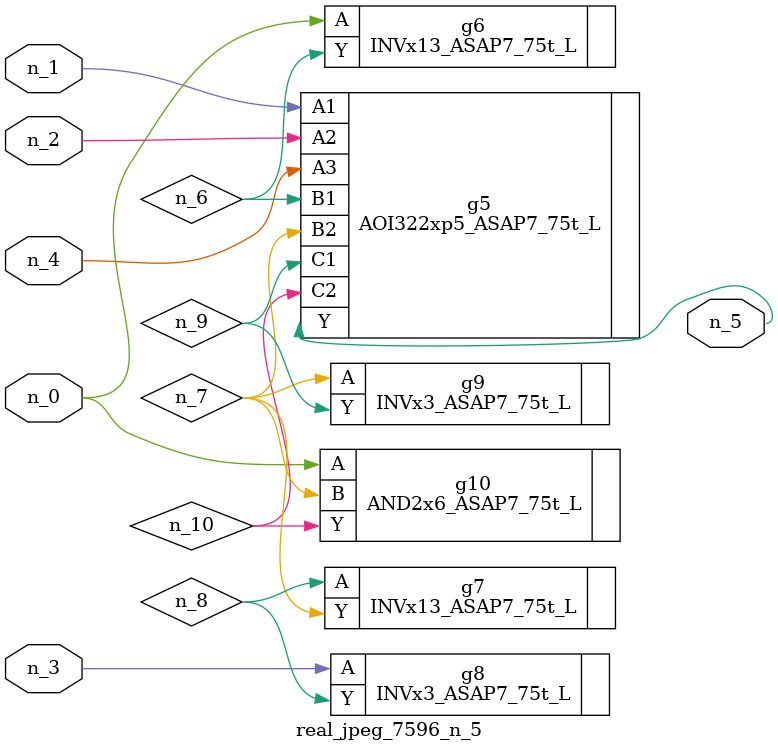
<source format=v>
module real_jpeg_7596_n_5 (n_4, n_0, n_1, n_2, n_3, n_5);

input n_4;
input n_0;
input n_1;
input n_2;
input n_3;

output n_5;

wire n_8;
wire n_6;
wire n_7;
wire n_10;
wire n_9;

INVx13_ASAP7_75t_L g6 ( 
.A(n_0),
.Y(n_6)
);

AND2x6_ASAP7_75t_L g10 ( 
.A(n_0),
.B(n_7),
.Y(n_10)
);

AOI322xp5_ASAP7_75t_L g5 ( 
.A1(n_1),
.A2(n_2),
.A3(n_4),
.B1(n_6),
.B2(n_7),
.C1(n_9),
.C2(n_10),
.Y(n_5)
);

INVx3_ASAP7_75t_L g8 ( 
.A(n_3),
.Y(n_8)
);

INVx3_ASAP7_75t_L g9 ( 
.A(n_7),
.Y(n_9)
);

INVx13_ASAP7_75t_L g7 ( 
.A(n_8),
.Y(n_7)
);


endmodule
</source>
